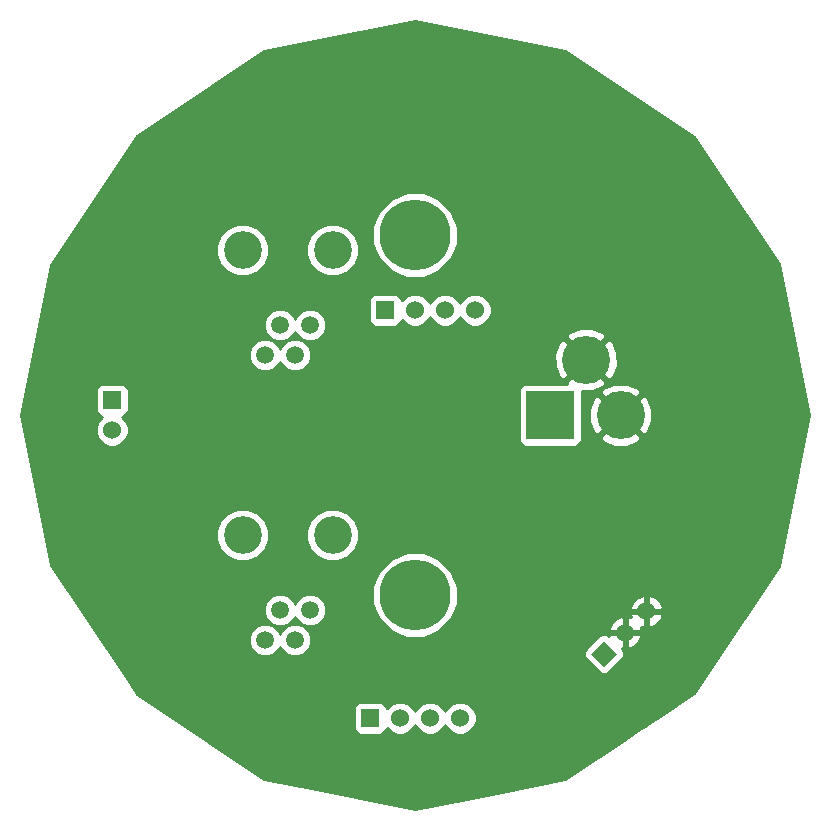
<source format=gtl>
G04 (created by PCBNEW (2013-07-07 BZR 4022)-stable) date 6/5/2014 11:35:08 PM*
%MOIN*%
G04 Gerber Fmt 3.4, Leading zero omitted, Abs format*
%FSLAX34Y34*%
G01*
G70*
G90*
G04 APERTURE LIST*
%ADD10C,0.00590551*%
%ADD11R,0.06X0.06*%
%ADD12C,0.06*%
%ADD13C,0.23622*%
%ADD14R,0.16X0.16*%
%ADD15C,0.16*%
%ADD16C,0.0590551*%
%ADD17C,0.125984*%
%ADD18C,0.01*%
G04 APERTURE END LIST*
G54D10*
G54D11*
X85500Y-76850D03*
G54D12*
X86500Y-76850D03*
X87500Y-76850D03*
X88500Y-76850D03*
G54D11*
X86000Y-63250D03*
G54D12*
X87000Y-63250D03*
X88000Y-63250D03*
X89000Y-63250D03*
G54D13*
X87000Y-60750D03*
X87000Y-72750D03*
G54D14*
X91500Y-66750D03*
G54D15*
X93850Y-66750D03*
X92700Y-64900D03*
G54D16*
X83000Y-64750D03*
X82000Y-64750D03*
X83500Y-63750D03*
X82500Y-63750D03*
G54D17*
X81251Y-61250D03*
X84251Y-61250D03*
G54D16*
X83000Y-74250D03*
X82000Y-74250D03*
X83500Y-73250D03*
X82500Y-73250D03*
G54D17*
X81251Y-70750D03*
X84251Y-70750D03*
G54D10*
G36*
X93292Y-75131D02*
X92868Y-74707D01*
X93292Y-74282D01*
X93717Y-74707D01*
X93292Y-75131D01*
X93292Y-75131D01*
G37*
G54D12*
X94000Y-74000D03*
X94707Y-73292D03*
G54D11*
X76900Y-66250D03*
G54D12*
X76900Y-67250D03*
G54D10*
G36*
X100120Y-66750D02*
X99123Y-71784D01*
X96287Y-76020D01*
X95250Y-76714D01*
X95250Y-73429D01*
X95250Y-73156D01*
X95157Y-72958D01*
X94994Y-72811D01*
X94901Y-72772D01*
X94901Y-66951D01*
X94898Y-66533D01*
X94744Y-66161D01*
X94597Y-66073D01*
X94526Y-66144D01*
X94526Y-66002D01*
X94438Y-65855D01*
X94051Y-65698D01*
X93751Y-65700D01*
X93751Y-65101D01*
X93748Y-64683D01*
X93594Y-64311D01*
X93447Y-64223D01*
X93376Y-64294D01*
X93376Y-64152D01*
X93288Y-64005D01*
X92901Y-63848D01*
X92483Y-63851D01*
X92111Y-64005D01*
X92023Y-64152D01*
X92700Y-64829D01*
X93376Y-64152D01*
X93376Y-64294D01*
X92770Y-64900D01*
X93447Y-65576D01*
X93594Y-65488D01*
X93751Y-65101D01*
X93751Y-65700D01*
X93633Y-65701D01*
X93376Y-65807D01*
X93376Y-65647D01*
X92700Y-64970D01*
X92629Y-65041D01*
X92629Y-64900D01*
X91952Y-64223D01*
X91805Y-64311D01*
X91648Y-64698D01*
X91651Y-65116D01*
X91805Y-65488D01*
X91952Y-65576D01*
X92629Y-64900D01*
X92629Y-65041D01*
X92023Y-65647D01*
X92055Y-65699D01*
X90650Y-65699D01*
X90558Y-65737D01*
X90488Y-65808D01*
X90450Y-65900D01*
X90449Y-65999D01*
X90449Y-67599D01*
X90487Y-67691D01*
X90558Y-67761D01*
X90650Y-67799D01*
X90749Y-67800D01*
X92349Y-67800D01*
X92441Y-67762D01*
X92511Y-67691D01*
X92549Y-67599D01*
X92550Y-67500D01*
X92550Y-65951D01*
X92916Y-65948D01*
X93288Y-65794D01*
X93376Y-65647D01*
X93376Y-65807D01*
X93261Y-65855D01*
X93173Y-66002D01*
X93850Y-66679D01*
X94526Y-66002D01*
X94526Y-66144D01*
X93920Y-66750D01*
X94597Y-67426D01*
X94744Y-67338D01*
X94901Y-66951D01*
X94901Y-72772D01*
X94843Y-72749D01*
X94757Y-72797D01*
X94757Y-73242D01*
X95202Y-73242D01*
X95250Y-73156D01*
X95250Y-73429D01*
X95202Y-73342D01*
X94757Y-73342D01*
X94757Y-73788D01*
X94843Y-73836D01*
X95041Y-73743D01*
X95188Y-73580D01*
X95250Y-73429D01*
X95250Y-76714D01*
X94701Y-77082D01*
X94701Y-73369D01*
X94657Y-73324D01*
X94657Y-73242D01*
X94657Y-72797D01*
X94570Y-72749D01*
X94526Y-72769D01*
X94526Y-67497D01*
X93850Y-66820D01*
X93779Y-66891D01*
X93779Y-66750D01*
X93102Y-66073D01*
X92955Y-66161D01*
X92798Y-66548D01*
X92801Y-66966D01*
X92955Y-67338D01*
X93102Y-67426D01*
X93779Y-66750D01*
X93779Y-66891D01*
X93173Y-67497D01*
X93261Y-67644D01*
X93648Y-67801D01*
X94066Y-67798D01*
X94438Y-67644D01*
X94526Y-67497D01*
X94526Y-72769D01*
X94372Y-72842D01*
X94225Y-73005D01*
X94163Y-73156D01*
X94211Y-73242D01*
X94657Y-73242D01*
X94657Y-73324D01*
X94630Y-73298D01*
X94586Y-73342D01*
X94211Y-73342D01*
X94163Y-73429D01*
X94185Y-73476D01*
X94136Y-73456D01*
X94050Y-73504D01*
X94050Y-73879D01*
X94005Y-73923D01*
X94076Y-73994D01*
X94120Y-73950D01*
X94495Y-73950D01*
X94543Y-73863D01*
X94521Y-73816D01*
X94570Y-73836D01*
X94657Y-73788D01*
X94657Y-73413D01*
X94701Y-73369D01*
X94701Y-77082D01*
X94657Y-77112D01*
X94543Y-77188D01*
X94543Y-74136D01*
X94495Y-74050D01*
X94050Y-74050D01*
X94050Y-74495D01*
X94136Y-74543D01*
X94334Y-74450D01*
X94481Y-74287D01*
X94543Y-74136D01*
X94543Y-77188D01*
X93994Y-77555D01*
X93994Y-74076D01*
X93950Y-74031D01*
X93950Y-73950D01*
X93950Y-73504D01*
X93863Y-73456D01*
X93665Y-73549D01*
X93518Y-73712D01*
X93456Y-73863D01*
X93504Y-73950D01*
X93950Y-73950D01*
X93950Y-74031D01*
X93923Y-74005D01*
X93879Y-74050D01*
X93504Y-74050D01*
X93471Y-74108D01*
X93434Y-74071D01*
X93342Y-74032D01*
X93243Y-74032D01*
X93151Y-74070D01*
X93081Y-74141D01*
X92656Y-74565D01*
X92618Y-74657D01*
X92618Y-74756D01*
X92656Y-74848D01*
X92726Y-74918D01*
X93151Y-75343D01*
X93242Y-75381D01*
X93342Y-75381D01*
X93434Y-75343D01*
X93504Y-75273D01*
X93928Y-74848D01*
X93967Y-74757D01*
X93967Y-74657D01*
X93929Y-74565D01*
X93891Y-74528D01*
X93950Y-74495D01*
X93950Y-74120D01*
X93994Y-74076D01*
X93994Y-77555D01*
X93967Y-77574D01*
X92012Y-78882D01*
X89550Y-79370D01*
X89550Y-63141D01*
X89466Y-62938D01*
X89311Y-62784D01*
X89109Y-62700D01*
X88891Y-62699D01*
X88688Y-62783D01*
X88534Y-62938D01*
X88500Y-63019D01*
X88466Y-62938D01*
X88431Y-62903D01*
X88431Y-60466D01*
X88213Y-59940D01*
X87811Y-59537D01*
X87285Y-59319D01*
X86716Y-59318D01*
X86190Y-59536D01*
X85787Y-59938D01*
X85569Y-60464D01*
X85568Y-61033D01*
X85786Y-61559D01*
X86188Y-61962D01*
X86714Y-62180D01*
X87283Y-62181D01*
X87809Y-61963D01*
X88212Y-61561D01*
X88430Y-61035D01*
X88431Y-60466D01*
X88431Y-62903D01*
X88311Y-62784D01*
X88109Y-62700D01*
X87891Y-62699D01*
X87688Y-62783D01*
X87534Y-62938D01*
X87500Y-63019D01*
X87466Y-62938D01*
X87311Y-62784D01*
X87109Y-62700D01*
X86891Y-62699D01*
X86688Y-62783D01*
X86550Y-62922D01*
X86550Y-62900D01*
X86512Y-62808D01*
X86441Y-62738D01*
X86349Y-62700D01*
X86250Y-62699D01*
X85650Y-62699D01*
X85558Y-62737D01*
X85488Y-62808D01*
X85450Y-62900D01*
X85449Y-62999D01*
X85449Y-63599D01*
X85487Y-63691D01*
X85558Y-63761D01*
X85650Y-63799D01*
X85749Y-63800D01*
X86349Y-63800D01*
X86441Y-63762D01*
X86511Y-63691D01*
X86549Y-63599D01*
X86549Y-63577D01*
X86688Y-63715D01*
X86890Y-63799D01*
X87108Y-63800D01*
X87311Y-63716D01*
X87465Y-63561D01*
X87499Y-63480D01*
X87533Y-63561D01*
X87688Y-63715D01*
X87890Y-63799D01*
X88108Y-63800D01*
X88311Y-63716D01*
X88465Y-63561D01*
X88499Y-63480D01*
X88533Y-63561D01*
X88688Y-63715D01*
X88890Y-63799D01*
X89108Y-63800D01*
X89311Y-63716D01*
X89465Y-63561D01*
X89549Y-63359D01*
X89550Y-63141D01*
X89550Y-79370D01*
X89050Y-79469D01*
X89050Y-76741D01*
X88966Y-76538D01*
X88811Y-76384D01*
X88609Y-76300D01*
X88431Y-76299D01*
X88431Y-72466D01*
X88213Y-71940D01*
X87811Y-71537D01*
X87285Y-71319D01*
X86716Y-71318D01*
X86190Y-71536D01*
X85787Y-71938D01*
X85569Y-72464D01*
X85568Y-73033D01*
X85786Y-73559D01*
X86188Y-73962D01*
X86714Y-74180D01*
X87283Y-74181D01*
X87809Y-73963D01*
X88212Y-73561D01*
X88430Y-73035D01*
X88431Y-72466D01*
X88431Y-76299D01*
X88391Y-76299D01*
X88188Y-76383D01*
X88034Y-76538D01*
X88000Y-76619D01*
X87966Y-76538D01*
X87811Y-76384D01*
X87609Y-76300D01*
X87391Y-76299D01*
X87188Y-76383D01*
X87034Y-76538D01*
X87000Y-76619D01*
X86966Y-76538D01*
X86811Y-76384D01*
X86609Y-76300D01*
X86391Y-76299D01*
X86188Y-76383D01*
X86050Y-76522D01*
X86050Y-76500D01*
X86012Y-76408D01*
X85941Y-76338D01*
X85849Y-76300D01*
X85750Y-76299D01*
X85150Y-76299D01*
X85132Y-76307D01*
X85132Y-70575D01*
X85132Y-61075D01*
X84998Y-60752D01*
X84751Y-60504D01*
X84427Y-60370D01*
X84077Y-60369D01*
X83754Y-60503D01*
X83506Y-60750D01*
X83372Y-61074D01*
X83371Y-61424D01*
X83505Y-61747D01*
X83752Y-61995D01*
X84076Y-62129D01*
X84426Y-62130D01*
X84749Y-61996D01*
X84997Y-61749D01*
X85131Y-61425D01*
X85132Y-61075D01*
X85132Y-70575D01*
X84998Y-70252D01*
X84751Y-70004D01*
X84427Y-69870D01*
X84077Y-69869D01*
X84045Y-69883D01*
X84045Y-63642D01*
X83962Y-63441D01*
X83809Y-63288D01*
X83608Y-63204D01*
X83392Y-63204D01*
X83191Y-63287D01*
X83038Y-63440D01*
X83000Y-63532D01*
X82962Y-63441D01*
X82809Y-63288D01*
X82608Y-63204D01*
X82392Y-63204D01*
X82191Y-63287D01*
X82132Y-63346D01*
X82132Y-61075D01*
X81998Y-60752D01*
X81751Y-60504D01*
X81427Y-60370D01*
X81077Y-60369D01*
X80754Y-60503D01*
X80506Y-60750D01*
X80372Y-61074D01*
X80371Y-61424D01*
X80505Y-61747D01*
X80752Y-61995D01*
X81076Y-62129D01*
X81426Y-62130D01*
X81749Y-61996D01*
X81997Y-61749D01*
X82131Y-61425D01*
X82132Y-61075D01*
X82132Y-63346D01*
X82038Y-63440D01*
X81954Y-63641D01*
X81954Y-63857D01*
X82037Y-64058D01*
X82190Y-64211D01*
X82391Y-64295D01*
X82607Y-64295D01*
X82808Y-64212D01*
X82961Y-64059D01*
X82999Y-63967D01*
X83037Y-64058D01*
X83190Y-64211D01*
X83391Y-64295D01*
X83607Y-64295D01*
X83808Y-64212D01*
X83961Y-64059D01*
X84045Y-63858D01*
X84045Y-63642D01*
X84045Y-69883D01*
X83754Y-70003D01*
X83545Y-70212D01*
X83545Y-64642D01*
X83462Y-64441D01*
X83309Y-64288D01*
X83108Y-64204D01*
X82892Y-64204D01*
X82691Y-64287D01*
X82538Y-64440D01*
X82500Y-64532D01*
X82462Y-64441D01*
X82309Y-64288D01*
X82108Y-64204D01*
X81892Y-64204D01*
X81691Y-64287D01*
X81538Y-64440D01*
X81454Y-64641D01*
X81454Y-64857D01*
X81537Y-65058D01*
X81690Y-65211D01*
X81891Y-65295D01*
X82107Y-65295D01*
X82308Y-65212D01*
X82461Y-65059D01*
X82499Y-64967D01*
X82537Y-65058D01*
X82690Y-65211D01*
X82891Y-65295D01*
X83107Y-65295D01*
X83308Y-65212D01*
X83461Y-65059D01*
X83545Y-64858D01*
X83545Y-64642D01*
X83545Y-70212D01*
X83506Y-70250D01*
X83372Y-70574D01*
X83371Y-70924D01*
X83505Y-71247D01*
X83752Y-71495D01*
X84076Y-71629D01*
X84426Y-71630D01*
X84749Y-71496D01*
X84997Y-71249D01*
X85131Y-70925D01*
X85132Y-70575D01*
X85132Y-76307D01*
X85058Y-76337D01*
X84988Y-76408D01*
X84950Y-76500D01*
X84949Y-76599D01*
X84949Y-77199D01*
X84987Y-77291D01*
X85058Y-77361D01*
X85150Y-77399D01*
X85249Y-77400D01*
X85849Y-77400D01*
X85941Y-77362D01*
X86011Y-77291D01*
X86049Y-77199D01*
X86049Y-77177D01*
X86188Y-77315D01*
X86390Y-77399D01*
X86608Y-77400D01*
X86811Y-77316D01*
X86965Y-77161D01*
X86999Y-77080D01*
X87033Y-77161D01*
X87188Y-77315D01*
X87390Y-77399D01*
X87608Y-77400D01*
X87811Y-77316D01*
X87965Y-77161D01*
X87999Y-77080D01*
X88033Y-77161D01*
X88188Y-77315D01*
X88390Y-77399D01*
X88608Y-77400D01*
X88811Y-77316D01*
X88965Y-77161D01*
X89049Y-76959D01*
X89050Y-76741D01*
X89050Y-79469D01*
X87011Y-79872D01*
X84045Y-79285D01*
X84045Y-73142D01*
X83962Y-72941D01*
X83809Y-72788D01*
X83608Y-72704D01*
X83392Y-72704D01*
X83191Y-72787D01*
X83038Y-72940D01*
X83000Y-73032D01*
X82962Y-72941D01*
X82809Y-72788D01*
X82608Y-72704D01*
X82392Y-72704D01*
X82191Y-72787D01*
X82132Y-72846D01*
X82132Y-70575D01*
X81998Y-70252D01*
X81751Y-70004D01*
X81427Y-69870D01*
X81077Y-69869D01*
X80754Y-70003D01*
X80506Y-70250D01*
X80372Y-70574D01*
X80371Y-70924D01*
X80505Y-71247D01*
X80752Y-71495D01*
X81076Y-71629D01*
X81426Y-71630D01*
X81749Y-71496D01*
X81997Y-71249D01*
X82131Y-70925D01*
X82132Y-70575D01*
X82132Y-72846D01*
X82038Y-72940D01*
X81954Y-73141D01*
X81954Y-73357D01*
X82037Y-73558D01*
X82190Y-73711D01*
X82391Y-73795D01*
X82607Y-73795D01*
X82808Y-73712D01*
X82961Y-73559D01*
X82999Y-73467D01*
X83037Y-73558D01*
X83190Y-73711D01*
X83391Y-73795D01*
X83607Y-73795D01*
X83808Y-73712D01*
X83961Y-73559D01*
X84045Y-73358D01*
X84045Y-73142D01*
X84045Y-79285D01*
X83545Y-79186D01*
X83545Y-74142D01*
X83462Y-73941D01*
X83309Y-73788D01*
X83108Y-73704D01*
X82892Y-73704D01*
X82691Y-73787D01*
X82538Y-73940D01*
X82500Y-74032D01*
X82462Y-73941D01*
X82309Y-73788D01*
X82108Y-73704D01*
X81892Y-73704D01*
X81691Y-73787D01*
X81538Y-73940D01*
X81454Y-74141D01*
X81454Y-74357D01*
X81537Y-74558D01*
X81690Y-74711D01*
X81891Y-74795D01*
X82107Y-74795D01*
X82308Y-74712D01*
X82461Y-74559D01*
X82499Y-74467D01*
X82537Y-74558D01*
X82690Y-74711D01*
X82891Y-74795D01*
X83107Y-74795D01*
X83308Y-74712D01*
X83461Y-74559D01*
X83545Y-74358D01*
X83545Y-74142D01*
X83545Y-79186D01*
X81965Y-78873D01*
X77729Y-76037D01*
X77450Y-75620D01*
X77450Y-67141D01*
X77366Y-66938D01*
X77227Y-66800D01*
X77249Y-66800D01*
X77341Y-66762D01*
X77411Y-66691D01*
X77449Y-66599D01*
X77450Y-66500D01*
X77450Y-65900D01*
X77412Y-65808D01*
X77341Y-65738D01*
X77249Y-65700D01*
X77150Y-65699D01*
X76550Y-65699D01*
X76458Y-65737D01*
X76388Y-65808D01*
X76350Y-65900D01*
X76349Y-65999D01*
X76349Y-66599D01*
X76387Y-66691D01*
X76458Y-66761D01*
X76550Y-66799D01*
X76572Y-66799D01*
X76434Y-66938D01*
X76350Y-67140D01*
X76349Y-67358D01*
X76433Y-67561D01*
X76588Y-67715D01*
X76790Y-67799D01*
X77008Y-67800D01*
X77211Y-67716D01*
X77365Y-67561D01*
X77449Y-67359D01*
X77450Y-67141D01*
X77450Y-75620D01*
X74867Y-71762D01*
X73874Y-66749D01*
X74867Y-61737D01*
X77729Y-57462D01*
X81965Y-54626D01*
X87011Y-53627D01*
X92012Y-54617D01*
X96287Y-57479D01*
X99123Y-61715D01*
X100120Y-66750D01*
X100120Y-66750D01*
G37*
G54D18*
X100120Y-66750D02*
X99123Y-71784D01*
X96287Y-76020D01*
X95250Y-76714D01*
X95250Y-73429D01*
X95250Y-73156D01*
X95157Y-72958D01*
X94994Y-72811D01*
X94901Y-72772D01*
X94901Y-66951D01*
X94898Y-66533D01*
X94744Y-66161D01*
X94597Y-66073D01*
X94526Y-66144D01*
X94526Y-66002D01*
X94438Y-65855D01*
X94051Y-65698D01*
X93751Y-65700D01*
X93751Y-65101D01*
X93748Y-64683D01*
X93594Y-64311D01*
X93447Y-64223D01*
X93376Y-64294D01*
X93376Y-64152D01*
X93288Y-64005D01*
X92901Y-63848D01*
X92483Y-63851D01*
X92111Y-64005D01*
X92023Y-64152D01*
X92700Y-64829D01*
X93376Y-64152D01*
X93376Y-64294D01*
X92770Y-64900D01*
X93447Y-65576D01*
X93594Y-65488D01*
X93751Y-65101D01*
X93751Y-65700D01*
X93633Y-65701D01*
X93376Y-65807D01*
X93376Y-65647D01*
X92700Y-64970D01*
X92629Y-65041D01*
X92629Y-64900D01*
X91952Y-64223D01*
X91805Y-64311D01*
X91648Y-64698D01*
X91651Y-65116D01*
X91805Y-65488D01*
X91952Y-65576D01*
X92629Y-64900D01*
X92629Y-65041D01*
X92023Y-65647D01*
X92055Y-65699D01*
X90650Y-65699D01*
X90558Y-65737D01*
X90488Y-65808D01*
X90450Y-65900D01*
X90449Y-65999D01*
X90449Y-67599D01*
X90487Y-67691D01*
X90558Y-67761D01*
X90650Y-67799D01*
X90749Y-67800D01*
X92349Y-67800D01*
X92441Y-67762D01*
X92511Y-67691D01*
X92549Y-67599D01*
X92550Y-67500D01*
X92550Y-65951D01*
X92916Y-65948D01*
X93288Y-65794D01*
X93376Y-65647D01*
X93376Y-65807D01*
X93261Y-65855D01*
X93173Y-66002D01*
X93850Y-66679D01*
X94526Y-66002D01*
X94526Y-66144D01*
X93920Y-66750D01*
X94597Y-67426D01*
X94744Y-67338D01*
X94901Y-66951D01*
X94901Y-72772D01*
X94843Y-72749D01*
X94757Y-72797D01*
X94757Y-73242D01*
X95202Y-73242D01*
X95250Y-73156D01*
X95250Y-73429D01*
X95202Y-73342D01*
X94757Y-73342D01*
X94757Y-73788D01*
X94843Y-73836D01*
X95041Y-73743D01*
X95188Y-73580D01*
X95250Y-73429D01*
X95250Y-76714D01*
X94701Y-77082D01*
X94701Y-73369D01*
X94657Y-73324D01*
X94657Y-73242D01*
X94657Y-72797D01*
X94570Y-72749D01*
X94526Y-72769D01*
X94526Y-67497D01*
X93850Y-66820D01*
X93779Y-66891D01*
X93779Y-66750D01*
X93102Y-66073D01*
X92955Y-66161D01*
X92798Y-66548D01*
X92801Y-66966D01*
X92955Y-67338D01*
X93102Y-67426D01*
X93779Y-66750D01*
X93779Y-66891D01*
X93173Y-67497D01*
X93261Y-67644D01*
X93648Y-67801D01*
X94066Y-67798D01*
X94438Y-67644D01*
X94526Y-67497D01*
X94526Y-72769D01*
X94372Y-72842D01*
X94225Y-73005D01*
X94163Y-73156D01*
X94211Y-73242D01*
X94657Y-73242D01*
X94657Y-73324D01*
X94630Y-73298D01*
X94586Y-73342D01*
X94211Y-73342D01*
X94163Y-73429D01*
X94185Y-73476D01*
X94136Y-73456D01*
X94050Y-73504D01*
X94050Y-73879D01*
X94005Y-73923D01*
X94076Y-73994D01*
X94120Y-73950D01*
X94495Y-73950D01*
X94543Y-73863D01*
X94521Y-73816D01*
X94570Y-73836D01*
X94657Y-73788D01*
X94657Y-73413D01*
X94701Y-73369D01*
X94701Y-77082D01*
X94657Y-77112D01*
X94543Y-77188D01*
X94543Y-74136D01*
X94495Y-74050D01*
X94050Y-74050D01*
X94050Y-74495D01*
X94136Y-74543D01*
X94334Y-74450D01*
X94481Y-74287D01*
X94543Y-74136D01*
X94543Y-77188D01*
X93994Y-77555D01*
X93994Y-74076D01*
X93950Y-74031D01*
X93950Y-73950D01*
X93950Y-73504D01*
X93863Y-73456D01*
X93665Y-73549D01*
X93518Y-73712D01*
X93456Y-73863D01*
X93504Y-73950D01*
X93950Y-73950D01*
X93950Y-74031D01*
X93923Y-74005D01*
X93879Y-74050D01*
X93504Y-74050D01*
X93471Y-74108D01*
X93434Y-74071D01*
X93342Y-74032D01*
X93243Y-74032D01*
X93151Y-74070D01*
X93081Y-74141D01*
X92656Y-74565D01*
X92618Y-74657D01*
X92618Y-74756D01*
X92656Y-74848D01*
X92726Y-74918D01*
X93151Y-75343D01*
X93242Y-75381D01*
X93342Y-75381D01*
X93434Y-75343D01*
X93504Y-75273D01*
X93928Y-74848D01*
X93967Y-74757D01*
X93967Y-74657D01*
X93929Y-74565D01*
X93891Y-74528D01*
X93950Y-74495D01*
X93950Y-74120D01*
X93994Y-74076D01*
X93994Y-77555D01*
X93967Y-77574D01*
X92012Y-78882D01*
X89550Y-79370D01*
X89550Y-63141D01*
X89466Y-62938D01*
X89311Y-62784D01*
X89109Y-62700D01*
X88891Y-62699D01*
X88688Y-62783D01*
X88534Y-62938D01*
X88500Y-63019D01*
X88466Y-62938D01*
X88431Y-62903D01*
X88431Y-60466D01*
X88213Y-59940D01*
X87811Y-59537D01*
X87285Y-59319D01*
X86716Y-59318D01*
X86190Y-59536D01*
X85787Y-59938D01*
X85569Y-60464D01*
X85568Y-61033D01*
X85786Y-61559D01*
X86188Y-61962D01*
X86714Y-62180D01*
X87283Y-62181D01*
X87809Y-61963D01*
X88212Y-61561D01*
X88430Y-61035D01*
X88431Y-60466D01*
X88431Y-62903D01*
X88311Y-62784D01*
X88109Y-62700D01*
X87891Y-62699D01*
X87688Y-62783D01*
X87534Y-62938D01*
X87500Y-63019D01*
X87466Y-62938D01*
X87311Y-62784D01*
X87109Y-62700D01*
X86891Y-62699D01*
X86688Y-62783D01*
X86550Y-62922D01*
X86550Y-62900D01*
X86512Y-62808D01*
X86441Y-62738D01*
X86349Y-62700D01*
X86250Y-62699D01*
X85650Y-62699D01*
X85558Y-62737D01*
X85488Y-62808D01*
X85450Y-62900D01*
X85449Y-62999D01*
X85449Y-63599D01*
X85487Y-63691D01*
X85558Y-63761D01*
X85650Y-63799D01*
X85749Y-63800D01*
X86349Y-63800D01*
X86441Y-63762D01*
X86511Y-63691D01*
X86549Y-63599D01*
X86549Y-63577D01*
X86688Y-63715D01*
X86890Y-63799D01*
X87108Y-63800D01*
X87311Y-63716D01*
X87465Y-63561D01*
X87499Y-63480D01*
X87533Y-63561D01*
X87688Y-63715D01*
X87890Y-63799D01*
X88108Y-63800D01*
X88311Y-63716D01*
X88465Y-63561D01*
X88499Y-63480D01*
X88533Y-63561D01*
X88688Y-63715D01*
X88890Y-63799D01*
X89108Y-63800D01*
X89311Y-63716D01*
X89465Y-63561D01*
X89549Y-63359D01*
X89550Y-63141D01*
X89550Y-79370D01*
X89050Y-79469D01*
X89050Y-76741D01*
X88966Y-76538D01*
X88811Y-76384D01*
X88609Y-76300D01*
X88431Y-76299D01*
X88431Y-72466D01*
X88213Y-71940D01*
X87811Y-71537D01*
X87285Y-71319D01*
X86716Y-71318D01*
X86190Y-71536D01*
X85787Y-71938D01*
X85569Y-72464D01*
X85568Y-73033D01*
X85786Y-73559D01*
X86188Y-73962D01*
X86714Y-74180D01*
X87283Y-74181D01*
X87809Y-73963D01*
X88212Y-73561D01*
X88430Y-73035D01*
X88431Y-72466D01*
X88431Y-76299D01*
X88391Y-76299D01*
X88188Y-76383D01*
X88034Y-76538D01*
X88000Y-76619D01*
X87966Y-76538D01*
X87811Y-76384D01*
X87609Y-76300D01*
X87391Y-76299D01*
X87188Y-76383D01*
X87034Y-76538D01*
X87000Y-76619D01*
X86966Y-76538D01*
X86811Y-76384D01*
X86609Y-76300D01*
X86391Y-76299D01*
X86188Y-76383D01*
X86050Y-76522D01*
X86050Y-76500D01*
X86012Y-76408D01*
X85941Y-76338D01*
X85849Y-76300D01*
X85750Y-76299D01*
X85150Y-76299D01*
X85132Y-76307D01*
X85132Y-70575D01*
X85132Y-61075D01*
X84998Y-60752D01*
X84751Y-60504D01*
X84427Y-60370D01*
X84077Y-60369D01*
X83754Y-60503D01*
X83506Y-60750D01*
X83372Y-61074D01*
X83371Y-61424D01*
X83505Y-61747D01*
X83752Y-61995D01*
X84076Y-62129D01*
X84426Y-62130D01*
X84749Y-61996D01*
X84997Y-61749D01*
X85131Y-61425D01*
X85132Y-61075D01*
X85132Y-70575D01*
X84998Y-70252D01*
X84751Y-70004D01*
X84427Y-69870D01*
X84077Y-69869D01*
X84045Y-69883D01*
X84045Y-63642D01*
X83962Y-63441D01*
X83809Y-63288D01*
X83608Y-63204D01*
X83392Y-63204D01*
X83191Y-63287D01*
X83038Y-63440D01*
X83000Y-63532D01*
X82962Y-63441D01*
X82809Y-63288D01*
X82608Y-63204D01*
X82392Y-63204D01*
X82191Y-63287D01*
X82132Y-63346D01*
X82132Y-61075D01*
X81998Y-60752D01*
X81751Y-60504D01*
X81427Y-60370D01*
X81077Y-60369D01*
X80754Y-60503D01*
X80506Y-60750D01*
X80372Y-61074D01*
X80371Y-61424D01*
X80505Y-61747D01*
X80752Y-61995D01*
X81076Y-62129D01*
X81426Y-62130D01*
X81749Y-61996D01*
X81997Y-61749D01*
X82131Y-61425D01*
X82132Y-61075D01*
X82132Y-63346D01*
X82038Y-63440D01*
X81954Y-63641D01*
X81954Y-63857D01*
X82037Y-64058D01*
X82190Y-64211D01*
X82391Y-64295D01*
X82607Y-64295D01*
X82808Y-64212D01*
X82961Y-64059D01*
X82999Y-63967D01*
X83037Y-64058D01*
X83190Y-64211D01*
X83391Y-64295D01*
X83607Y-64295D01*
X83808Y-64212D01*
X83961Y-64059D01*
X84045Y-63858D01*
X84045Y-63642D01*
X84045Y-69883D01*
X83754Y-70003D01*
X83545Y-70212D01*
X83545Y-64642D01*
X83462Y-64441D01*
X83309Y-64288D01*
X83108Y-64204D01*
X82892Y-64204D01*
X82691Y-64287D01*
X82538Y-64440D01*
X82500Y-64532D01*
X82462Y-64441D01*
X82309Y-64288D01*
X82108Y-64204D01*
X81892Y-64204D01*
X81691Y-64287D01*
X81538Y-64440D01*
X81454Y-64641D01*
X81454Y-64857D01*
X81537Y-65058D01*
X81690Y-65211D01*
X81891Y-65295D01*
X82107Y-65295D01*
X82308Y-65212D01*
X82461Y-65059D01*
X82499Y-64967D01*
X82537Y-65058D01*
X82690Y-65211D01*
X82891Y-65295D01*
X83107Y-65295D01*
X83308Y-65212D01*
X83461Y-65059D01*
X83545Y-64858D01*
X83545Y-64642D01*
X83545Y-70212D01*
X83506Y-70250D01*
X83372Y-70574D01*
X83371Y-70924D01*
X83505Y-71247D01*
X83752Y-71495D01*
X84076Y-71629D01*
X84426Y-71630D01*
X84749Y-71496D01*
X84997Y-71249D01*
X85131Y-70925D01*
X85132Y-70575D01*
X85132Y-76307D01*
X85058Y-76337D01*
X84988Y-76408D01*
X84950Y-76500D01*
X84949Y-76599D01*
X84949Y-77199D01*
X84987Y-77291D01*
X85058Y-77361D01*
X85150Y-77399D01*
X85249Y-77400D01*
X85849Y-77400D01*
X85941Y-77362D01*
X86011Y-77291D01*
X86049Y-77199D01*
X86049Y-77177D01*
X86188Y-77315D01*
X86390Y-77399D01*
X86608Y-77400D01*
X86811Y-77316D01*
X86965Y-77161D01*
X86999Y-77080D01*
X87033Y-77161D01*
X87188Y-77315D01*
X87390Y-77399D01*
X87608Y-77400D01*
X87811Y-77316D01*
X87965Y-77161D01*
X87999Y-77080D01*
X88033Y-77161D01*
X88188Y-77315D01*
X88390Y-77399D01*
X88608Y-77400D01*
X88811Y-77316D01*
X88965Y-77161D01*
X89049Y-76959D01*
X89050Y-76741D01*
X89050Y-79469D01*
X87011Y-79872D01*
X84045Y-79285D01*
X84045Y-73142D01*
X83962Y-72941D01*
X83809Y-72788D01*
X83608Y-72704D01*
X83392Y-72704D01*
X83191Y-72787D01*
X83038Y-72940D01*
X83000Y-73032D01*
X82962Y-72941D01*
X82809Y-72788D01*
X82608Y-72704D01*
X82392Y-72704D01*
X82191Y-72787D01*
X82132Y-72846D01*
X82132Y-70575D01*
X81998Y-70252D01*
X81751Y-70004D01*
X81427Y-69870D01*
X81077Y-69869D01*
X80754Y-70003D01*
X80506Y-70250D01*
X80372Y-70574D01*
X80371Y-70924D01*
X80505Y-71247D01*
X80752Y-71495D01*
X81076Y-71629D01*
X81426Y-71630D01*
X81749Y-71496D01*
X81997Y-71249D01*
X82131Y-70925D01*
X82132Y-70575D01*
X82132Y-72846D01*
X82038Y-72940D01*
X81954Y-73141D01*
X81954Y-73357D01*
X82037Y-73558D01*
X82190Y-73711D01*
X82391Y-73795D01*
X82607Y-73795D01*
X82808Y-73712D01*
X82961Y-73559D01*
X82999Y-73467D01*
X83037Y-73558D01*
X83190Y-73711D01*
X83391Y-73795D01*
X83607Y-73795D01*
X83808Y-73712D01*
X83961Y-73559D01*
X84045Y-73358D01*
X84045Y-73142D01*
X84045Y-79285D01*
X83545Y-79186D01*
X83545Y-74142D01*
X83462Y-73941D01*
X83309Y-73788D01*
X83108Y-73704D01*
X82892Y-73704D01*
X82691Y-73787D01*
X82538Y-73940D01*
X82500Y-74032D01*
X82462Y-73941D01*
X82309Y-73788D01*
X82108Y-73704D01*
X81892Y-73704D01*
X81691Y-73787D01*
X81538Y-73940D01*
X81454Y-74141D01*
X81454Y-74357D01*
X81537Y-74558D01*
X81690Y-74711D01*
X81891Y-74795D01*
X82107Y-74795D01*
X82308Y-74712D01*
X82461Y-74559D01*
X82499Y-74467D01*
X82537Y-74558D01*
X82690Y-74711D01*
X82891Y-74795D01*
X83107Y-74795D01*
X83308Y-74712D01*
X83461Y-74559D01*
X83545Y-74358D01*
X83545Y-74142D01*
X83545Y-79186D01*
X81965Y-78873D01*
X77729Y-76037D01*
X77450Y-75620D01*
X77450Y-67141D01*
X77366Y-66938D01*
X77227Y-66800D01*
X77249Y-66800D01*
X77341Y-66762D01*
X77411Y-66691D01*
X77449Y-66599D01*
X77450Y-66500D01*
X77450Y-65900D01*
X77412Y-65808D01*
X77341Y-65738D01*
X77249Y-65700D01*
X77150Y-65699D01*
X76550Y-65699D01*
X76458Y-65737D01*
X76388Y-65808D01*
X76350Y-65900D01*
X76349Y-65999D01*
X76349Y-66599D01*
X76387Y-66691D01*
X76458Y-66761D01*
X76550Y-66799D01*
X76572Y-66799D01*
X76434Y-66938D01*
X76350Y-67140D01*
X76349Y-67358D01*
X76433Y-67561D01*
X76588Y-67715D01*
X76790Y-67799D01*
X77008Y-67800D01*
X77211Y-67716D01*
X77365Y-67561D01*
X77449Y-67359D01*
X77450Y-67141D01*
X77450Y-75620D01*
X74867Y-71762D01*
X73874Y-66749D01*
X74867Y-61737D01*
X77729Y-57462D01*
X81965Y-54626D01*
X87011Y-53627D01*
X92012Y-54617D01*
X96287Y-57479D01*
X99123Y-61715D01*
X100120Y-66750D01*
M02*

</source>
